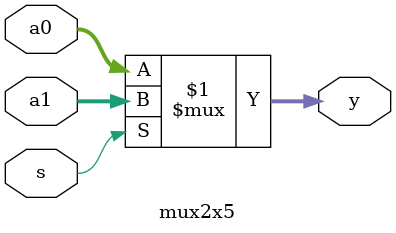
<source format=v>
`timescale 1ns / 1ps
module mux2x5(a0,a1,s,y
    );
	 input [4:0] a0,a1;
	 input s;
	 output [4:0] y;
	 assign y=s?a1:a0;


endmodule

</source>
